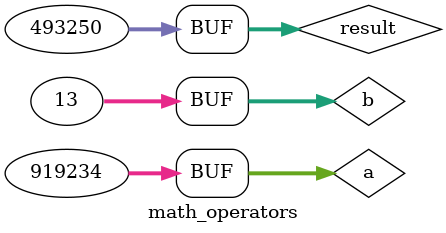
<source format=v>


module math_operators();
  
    integer a = 2; // 32bit signed value
    integer b = 3;
    integer result;
    
    // Procedure used to continuously monitor 'a', 'b', and 'result'
	initial begin
      $monitor("MON a = %0d, b = %0d, result = %0d", a, b, result);
	end
  
	// Procedure used to generate stimulus
	initial begin
        result = a ** b;  // exponentiation
        #1;
        result = b ** a;  // wait some time between examples
      
        #1; a = 177; b = 12;
        result = a * b;   // multiplication
      
        #1; a = 199; b = 19;
        result = a / b;   // division
        #1;
        result = a % b;   // remainder
      
        #1; a = 199; b = -19;
        result = a % b;   // remainder negative (use with caution in critycal systems operations)
        
        #1; a = 4199; b = -2319;
        result = a + b;

        #1; a = 19234; b = -16;
        result = a - b;
      
        // Always use paranthesys when complex operations are performed
        #1; a = 919234; b = 13;
        result = a - (b*(2**15));
      
        // Change the values of a and b and perform different arithmetic poerations between them
        // Ex: a = 101, b = 876, c = (b % a) / (2**4)
	end
  
endmodule


</source>
